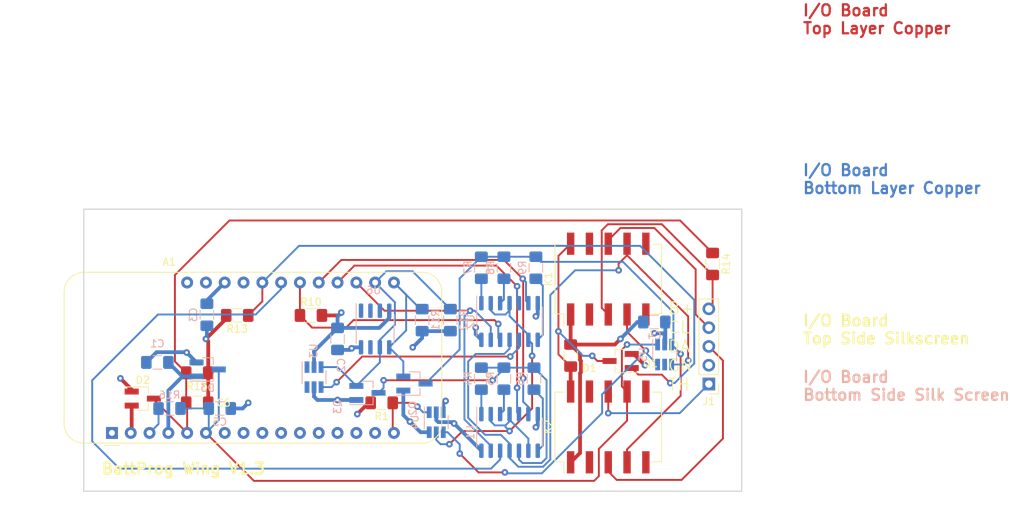
<source format=kicad_pcb>
(kicad_pcb (version 20171130) (host pcbnew "(5.1.6)-1")
  (title_block (title "I/O Board Layout") (date 2021-03-23) (rev 1.0))
  (layers (0 F.Cu signal) (1 In1.Cu power) (2 In2.Cu power) (31 B.Cu signal) (34 B.Paste user) (35 F.Paste user) (36 B.SilkS user) (37 F.SilkS user) (38 B.Mask user) (39 F.Mask user) (44 Edge.Cuts user))
  (net 0 "")
  (net 1 GND)
  (net 2 +5V)
  (net 3 "Net-(U2-Pad10)")
  (net 4 /Batt+)
  (net 5 /Batt_SCL)
  (net 6 /Batt_SDA)
  (net 7 "Net-(R5-Pad2)")
  (net 8 "Net-(R9-Pad2)")
  (net 9 "Net-(R6-Pad2)")
  (net 10 /PAS_CLK_EN)
  (net 11 "Net-(R7-Pad2)")
  (net 12 "Net-(R8-Pad2)")
  (net 13 /ACT_CLK_EN)
  (net 14 +3.3V)
  (net 15 /AREF)
  (net 16 "Net-(J1-Pad5)")
  (net 17 "Net-(J1-Pad4)")
  (net 18 /BattDiv)
  (net 19 "Net-(D1-Pad2)")
  (net 20 "Net-(J1-Pad3)")
  (net 21 "Net-(J1-Pad1)")
  (net 22 /THERM)
  (net 23 /HV_SCL)
  (net 24 /PU_EN0)
  (net 25 /PU_EN1)
  (net 26 /PU_EN2)
  (net 27 /SCL)
  (net 28 /SDA)
  (net 29 /Batt_Rly)
  (net 30 "Net-(R4-Pad2)")
  (net 31 /PULL_SEL)
  (net 32 /PULL_VOLT)
  (module ResistorSMD:R_1206_3216Metric_Pad1.42x1.75mm_HandSolder (layer F.Cu) (at 123.6075 98.171 180)
    (fp_text reference R13 (at 0 -1.82) (layer F.SilkS))
    (fp_text value 100K)
    (pad 1 smd roundrect (at -1.4875 0 180) (size 1.425 1.75) (layers F.Cu F.Paste F.Mask) (roundrect_rratio 0.175439) (net 29 /Batt_Rly))
    (pad 2 smd roundrect (at 1.4875 0 180) (size 1.425 1.75) (layers F.Cu F.Paste F.Mask) (roundrect_rratio 0.175439) (net 1 GND))
  )
  (module CapSMD:C_1206_3216Metric_Pad1.42x1.75mm_HandSolder (layer F.Cu) (at 118.2005 109.982)
    (fp_text reference C6 (at 3.556 0) (layer F.SilkS))
    (fp_text value .1uf)
    (pad 2 smd roundrect (at 1.4875 0) (size 1.425 1.75) (layers F.Cu F.Paste F.Mask) (roundrect_rratio 0.175439) (net 1 GND))
    (pad 1 smd roundrect (at -1.4875 0) (size 1.425 1.75) (layers F.Cu F.Paste F.Mask) (roundrect_rratio 0.175439) (net 18 /BattDiv))
  )
  (module Feather:Adafruit_Feather (layer F.Cu) (at 106.68 114.046 90)
    (fp_text reference A1 (at 23.114 7.747 180) (layer F.SilkS))
    (fp_text value Adafruit_Feather_M4_Express)
    (pad 16 thru_hole circle (at 0 38.1 270) (size 1.6 1.6) (drill 0.8) (layers *.Cu *.Mask) (net 31 /PULL_SEL))
    (pad 15 thru_hole circle (at 0 35.56 270) (size 1.6 1.6) (drill 0.8) (layers *.Cu *.Mask))
    (pad 14 thru_hole circle (at 0 33.02 270) (size 1.6 1.6) (drill 0.8) (layers *.Cu *.Mask))
    (pad 13 thru_hole circle (at 0 30.48 270) (size 1.6 1.6) (drill 0.8) (layers *.Cu *.Mask))
    (pad 12 thru_hole circle (at 0 27.94 270) (size 1.6 1.6) (drill 0.8) (layers *.Cu *.Mask))
    (pad 11 thru_hole circle (at 0 25.4 270) (size 1.6 1.6) (drill 0.8) (layers *.Cu *.Mask))
    (pad 10 thru_hole circle (at 0 22.86 270) (size 1.6 1.6) (drill 0.8) (layers *.Cu *.Mask))
    (pad 9 thru_hole circle (at 0 20.32 270) (size 1.6 1.6) (drill 0.8) (layers *.Cu *.Mask))
    (pad 8 thru_hole circle (at 0 17.78 270) (size 1.6 1.6) (drill 0.8) (layers *.Cu *.Mask))
    (pad 7 thru_hole circle (at 0 15.24 270) (size 1.6 1.6) (drill 0.8) (layers *.Cu *.Mask))
    (pad 6 thru_hole circle (at 0 12.7 270) (size 1.6 1.6) (drill 0.8) (layers *.Cu *.Mask) (net 22 /THERM))
    (pad 5 thru_hole circle (at 0 10.16 270) (size 1.6 1.6) (drill 0.8) (layers *.Cu *.Mask) (net 18 /BattDiv))
    (pad 4 thru_hole circle (at 0 7.62 270) (size 1.6 1.6) (drill 0.8) (layers *.Cu *.Mask) (net 1 GND))
    (pad 3 thru_hole circle (at 0 5.08 270) (size 1.6 1.6) (drill 0.8) (layers *.Cu *.Mask) (net 15 /AREF))
    (pad 2 thru_hole circle (at 0 2.54 270) (size 1.6 1.6) (drill 0.8) (layers *.Cu *.Mask) (net 14 +3.3V))
    (pad 1 thru_hole rect (at 0 0 270) (size 1.6 1.6) (drill 0.8) (layers *.Cu *.Mask))
    (pad 28 thru_hole circle (at 20.32 10.16 270) (size 1.6 1.6) (drill 0.8) (layers *.Cu *.Mask))
    (pad 27 thru_hole circle (at 20.32 12.7 270) (size 1.6 1.6) (drill 0.8) (layers *.Cu *.Mask))
    (pad 26 thru_hole circle (at 20.32 15.24 270) (size 1.6 1.6) (drill 0.8) (layers *.Cu *.Mask) (net 2 +5V))
    (pad 25 thru_hole circle (at 20.32 17.78 270) (size 1.6 1.6) (drill 0.8) (layers *.Cu *.Mask))
    (pad 24 thru_hole circle (at 20.32 20.32 270) (size 1.6 1.6) (drill 0.8) (layers *.Cu *.Mask) (net 29 /Batt_Rly))
    (pad 23 thru_hole circle (at 20.32 22.86 270) (size 1.6 1.6) (drill 0.8) (layers *.Cu *.Mask) (net 10 /PAS_CLK_EN))
    (pad 22 thru_hole circle (at 20.32 25.4 270) (size 1.6 1.6) (drill 0.8) (layers *.Cu *.Mask) (net 13 /ACT_CLK_EN))
    (pad 21 thru_hole circle (at 20.32 27.94 270) (size 1.6 1.6) (drill 0.8) (layers *.Cu *.Mask) (net 26 /PU_EN2))
    (pad 20 thru_hole circle (at 20.32 30.48 270) (size 1.6 1.6) (drill 0.8) (layers *.Cu *.Mask) (net 25 /PU_EN1))
    (pad 19 thru_hole circle (at 20.32 33.02 270) (size 1.6 1.6) (drill 0.8) (layers *.Cu *.Mask) (net 24 /PU_EN0))
    (pad 18 thru_hole circle (at 20.32 35.56 270) (size 1.6 1.6) (drill 0.8) (layers *.Cu *.Mask) (net 27 /SCL))
    (pad 17 thru_hole circle (at 20.32 38.1 270) (size 1.6 1.6) (drill 0.8) (layers *.Cu *.Mask) (net 28 /SDA))
  )
  (module "TO/SOT SMD:SOT-23_Handsoldering" (layer F.Cu) (at 175.411 104.328 180)
    (fp_text reference Q1 (at -4.04 -0.32) (layer F.SilkS))
    (fp_text value BSS806N)
    (pad 1 smd rect (at -1.5 -0.95 180) (size 1.9 0.8) (layers F.Cu F.Paste F.Mask) (net 29 /Batt_Rly))
    (pad 2 smd rect (at -1.5 0.95 180) (size 1.9 0.8) (layers F.Cu F.Paste F.Mask) (net 1 GND))
    (pad 3 smd rect (at 1.5 0 180) (size 1.9 0.8) (layers F.Cu F.Paste F.Mask) (net 19 "Net-(D1-Pad2)"))
  )
  (module "TO/SOT SMD:SOT-23_Handsoldering" (layer B.Cu) (at 147.55 107.376)
    (fp_text reference Q2 (at -0.23 3.368 90) (layer B.SilkS) (effects (justify mirror)))
    (fp_text value BSS806N)
    (pad 1 smd rect (at -1.5 0.95) (size 1.9 0.8) (layers B.Cu B.Paste B.Mask) (net 14 +3.3V))
    (pad 2 smd rect (at -1.5 -0.95) (size 1.9 0.8) (layers B.Cu B.Paste B.Mask) (net 28 /SDA))
    (pad 3 smd rect (at 1.5 0) (size 1.9 0.8) (layers B.Cu B.Paste B.Mask) (net 6 /Batt_SDA))
  )
  (module "TO/SOT SMD:SOT-23_Handsoldering" (layer B.Cu) (at 141.2 108.646)
    (fp_text reference Q3 (at -4.04 1.844 90) (layer B.SilkS) (effects (justify mirror)))
    (fp_text value BSS806N)
    (pad 3 smd rect (at 1.5 0) (size 1.9 0.8) (layers B.Cu B.Paste B.Mask) (net 23 /HV_SCL))
    (pad 2 smd rect (at -1.5 -0.95) (size 1.9 0.8) (layers B.Cu B.Paste B.Mask) (net 27 /SCL))
    (pad 1 smd rect (at -1.5 0.95) (size 1.9 0.8) (layers B.Cu B.Paste B.Mask) (net 14 +3.3V))
  )
  (module ResistorSMD:R_1206_3216Metric_Pad1.42x1.75mm_HandSolder (layer F.Cu) (at 143.129 109.982 180)
    (fp_text reference R1 (at 0 -1.82) (layer F.SilkS))
    (fp_text value 100K)
    (pad 2 smd roundrect (at 1.4875 0 180) (size 1.425 1.75) (layers F.Cu F.Paste F.Mask) (roundrect_rratio 0.175439) (net 1 GND))
    (pad 1 smd roundrect (at -1.4875 0 180) (size 1.425 1.75) (layers F.Cu F.Paste F.Mask) (roundrect_rratio 0.175439) (net 31 /PULL_SEL))
  )
  (module ResistorSMD:R_1206_3216Metric_Pad1.42x1.75mm_HandSolder (layer B.Cu) (at 159.639 106.7165 270)
    (fp_text reference R5 (at 0 1.82 270) (layer B.SilkS) (effects (justify mirror)))
    (fp_text value 6.8K)
    (pad 1 smd roundrect (at -1.4875 0 270) (size 1.425 1.75) (layers B.Cu B.Paste B.Mask) (roundrect_rratio 0.175439) (net 23 /HV_SCL))
    (pad 2 smd roundrect (at 1.4875 0 270) (size 1.425 1.75) (layers B.Cu B.Paste B.Mask) (roundrect_rratio 0.175439) (net 7 "Net-(R5-Pad2)"))
  )
  (module ResistorSMD:R_1206_3216Metric_Pad1.42x1.75mm_HandSolder (layer B.Cu) (at 163.703 106.7165 270)
    (fp_text reference R6 (at 0 1.82 270) (layer B.SilkS) (effects (justify mirror)))
    (fp_text value 5.1K)
    (pad 2 smd roundrect (at 1.4875 0 270) (size 1.425 1.75) (layers B.Cu B.Paste B.Mask) (roundrect_rratio 0.175439) (net 9 "Net-(R6-Pad2)"))
    (pad 1 smd roundrect (at -1.4875 0 270) (size 1.425 1.75) (layers B.Cu B.Paste B.Mask) (roundrect_rratio 0.175439) (net 23 /HV_SCL))
  )
  (module ResistorSMD:R_1206_3216Metric_Pad1.42x1.75mm_HandSolder (layer B.Cu) (at 156.591 91.7305 270)
    (fp_text reference R7 (at 0 1.82 270) (layer B.SilkS) (effects (justify mirror)))
    (fp_text value 10K)
    (pad 2 smd roundrect (at 1.4875 0 270) (size 1.425 1.75) (layers B.Cu B.Paste B.Mask) (roundrect_rratio 0.175439) (net 11 "Net-(R7-Pad2)"))
    (pad 1 smd roundrect (at -1.4875 0 270) (size 1.425 1.75) (layers B.Cu B.Paste B.Mask) (roundrect_rratio 0.175439) (net 6 /Batt_SDA))
  )
  (module ResistorSMD:R_1206_3216Metric_Pad1.42x1.75mm_HandSolder (layer B.Cu) (at 159.639 91.7305 270)
    (fp_text reference R8 (at 0 1.82 270) (layer B.SilkS) (effects (justify mirror)))
    (fp_text value 6.8K)
    (pad 2 smd roundrect (at 1.4875 0 270) (size 1.425 1.75) (layers B.Cu B.Paste B.Mask) (roundrect_rratio 0.175439) (net 12 "Net-(R8-Pad2)"))
    (pad 1 smd roundrect (at -1.4875 0 270) (size 1.425 1.75) (layers B.Cu B.Paste B.Mask) (roundrect_rratio 0.175439) (net 6 /Batt_SDA))
  )
  (module ResistorSMD:R_1206_3216Metric_Pad1.42x1.75mm_HandSolder (layer B.Cu) (at 163.957 91.7305 270)
    (fp_text reference R9 (at 0 1.82 270) (layer B.SilkS) (effects (justify mirror)))
    (fp_text value 5.1K)
    (pad 2 smd roundrect (at 1.4875 0 270) (size 1.425 1.75) (layers B.Cu B.Paste B.Mask) (roundrect_rratio 0.175439) (net 8 "Net-(R9-Pad2)"))
    (pad 1 smd roundrect (at -1.4875 0 270) (size 1.425 1.75) (layers B.Cu B.Paste B.Mask) (roundrect_rratio 0.175439) (net 6 /Batt_SDA))
  )
  (module ResistorSMD:R_1206_3216Metric_Pad1.42x1.75mm_HandSolder (layer F.Cu) (at 133.5675 98.171)
    (fp_text reference R10 (at 0 -1.82) (layer F.SilkS))
    (fp_text value 100K)
    (pad 1 smd roundrect (at -1.4875 0) (size 1.425 1.75) (layers F.Cu F.Paste F.Mask) (roundrect_rratio 0.175439) (net 13 /ACT_CLK_EN))
    (pad 2 smd roundrect (at 1.4875 0) (size 1.425 1.75) (layers F.Cu F.Paste F.Mask) (roundrect_rratio 0.175439) (net 1 GND))
  )
  (module ResistorSMD:R_1206_3216Metric_Pad1.42x1.75mm_HandSolder (layer B.Cu) (at 148.59 98.806 90)
    (fp_text reference R11 (at 0 1.82 270) (layer B.SilkS) (effects (justify mirror)))
    (fp_text value 20K)
    (pad 2 smd roundrect (at 1.4875 0 90) (size 1.425 1.75) (layers B.Cu B.Paste B.Mask) (roundrect_rratio 0.175439) (net 28 /SDA))
    (pad 1 smd roundrect (at -1.4875 0 90) (size 1.425 1.75) (layers B.Cu B.Paste B.Mask) (roundrect_rratio 0.175439) (net 14 +3.3V))
  )
  (module ResistorSMD:R_1206_3216Metric_Pad1.42x1.75mm_HandSolder (layer F.Cu) (at 187.833 91.2225 270)
    (fp_text reference R14 (at 0 -1.82 270) (layer F.SilkS))
    (fp_text value 3.65K)
    (pad 1 smd roundrect (at -1.4875 0 270) (size 1.425 1.75) (layers F.Cu F.Paste F.Mask) (roundrect_rratio 0.175439) (net 18 /BattDiv))
    (pad 2 smd roundrect (at 1.4875 0 270) (size 1.425 1.75) (layers F.Cu F.Paste F.Mask) (roundrect_rratio 0.175439) (net 16 "Net-(J1-Pad5)"))
  )
  (module "TO/SOT SMD:SOT-23_Handsoldering" (layer B.Cu) (at 119.61 105.471)
    (fp_text reference D3 (at 0 2.5) (layer B.SilkS) (effects (justify mirror)))
    (fp_text value BAS70-04)
    (pad 1 smd rect (at -1.5 0.95) (size 1.9 0.8) (layers B.Cu B.Paste B.Mask) (net 1 GND))
    (pad 2 smd rect (at -1.5 -0.95) (size 1.9 0.8) (layers B.Cu B.Paste B.Mask) (net 14 +3.3V))
    (pad 3 smd rect (at 1.5 0) (size 1.9 0.8) (layers B.Cu B.Paste B.Mask) (net 22 /THERM))
  )
  (module "TO/SOT SMD:SOT-23-6_Handsoldering" (layer B.Cu) (at 181.356 103.458 270)
    (fp_text reference U5 (at 0 2.9 270) (layer B.SilkS) (effects (justify mirror)))
    (fp_text value DT2042-04SO-7)
    (pad 1 smd rect (at -1.35 0.95 270) (size 1.56 0.65) (layers B.Cu B.Paste B.Mask) (net 22 /THERM))
    (pad 2 smd rect (at -1.35 0 270) (size 1.56 0.65) (layers B.Cu B.Paste B.Mask) (net 1 GND))
    (pad 3 smd rect (at -1.35 -0.95 270) (size 1.56 0.65) (layers B.Cu B.Paste B.Mask) (net 6 /Batt_SDA))
    (pad 4 smd rect (at 1.35 -0.95 270) (size 1.56 0.65) (layers B.Cu B.Paste B.Mask) (net 5 /Batt_SCL))
    (pad 6 smd rect (at 1.35 0.95 270) (size 1.56 0.65) (layers B.Cu B.Paste B.Mask) (net 4 /Batt+))
    (pad 5 smd rect (at 1.35 0 270) (size 1.56 0.65) (layers B.Cu B.Paste B.Mask))
  )
  (module "TO/SOT SMD:SOT-23-6_Handsoldering" (layer B.Cu) (at 133.985 106.506 270)
    (fp_text reference U3 (at -3.556 0.066 270) (layer B.SilkS) (effects (justify mirror)))
    (fp_text value SN74LVC2G17)
    (pad 1 smd rect (at -1.35 0.95 270) (size 1.56 0.65) (layers B.Cu B.Paste B.Mask))
    (pad 2 smd rect (at -1.35 0 270) (size 1.56 0.65) (layers B.Cu B.Paste B.Mask) (net 1 GND))
    (pad 3 smd rect (at -1.35 -0.95 270) (size 1.56 0.65) (layers B.Cu B.Paste B.Mask) (net 27 /SCL))
    (pad 4 smd rect (at 1.35 -0.95 270) (size 1.56 0.65) (layers B.Cu B.Paste B.Mask) (net 3 "Net-(U2-Pad10)"))
    (pad 6 smd rect (at 1.35 0.95 270) (size 1.56 0.65) (layers B.Cu B.Paste B.Mask))
    (pad 5 smd rect (at 1.35 0 270) (size 1.56 0.65) (layers B.Cu B.Paste B.Mask) (net 14 +3.3V))
  )
  (module CapSMD:C_1206_3216Metric_Pad1.42x1.75mm_HandSolder (layer B.Cu) (at 112.8125 104.521)
    (fp_text reference C1 (at 0 -2.54) (layer B.SilkS) (effects (justify mirror)))
    (fp_text value .1uf)
    (pad 2 smd roundrect (at 1.4875 0) (size 1.425 1.75) (layers B.Cu B.Paste B.Mask) (roundrect_rratio 0.175439) (net 1 GND))
    (pad 1 smd roundrect (at -1.4875 0) (size 1.425 1.75) (layers B.Cu B.Paste B.Mask) (roundrect_rratio 0.175439) (net 14 +3.3V))
  )
  (module CapSMD:C_1206_3216Metric_Pad1.42x1.75mm_HandSolder (layer B.Cu) (at 137.16 101.346 90)
    (fp_text reference C2 (at -3.556 0.508 90) (layer B.SilkS) (effects (justify mirror)))
    (fp_text value .1uf)
    (pad 1 smd roundrect (at -1.4875 0 90) (size 1.425 1.75) (layers B.Cu B.Paste B.Mask) (roundrect_rratio 0.175439) (net 14 +3.3V))
    (pad 2 smd roundrect (at 1.4875 0 90) (size 1.425 1.75) (layers B.Cu B.Paste B.Mask) (roundrect_rratio 0.175439) (net 1 GND))
  )
  (module CapSMD:C_1206_3216Metric_Pad1.42x1.75mm_HandSolder (layer B.Cu) (at 119.507 98.0805 270)
    (fp_text reference C3 (at 0 1.82 270) (layer B.SilkS) (effects (justify mirror)))
    (fp_text value 10uf)
    (pad 1 smd roundrect (at -1.4875 0 270) (size 1.425 1.75) (layers B.Cu B.Paste B.Mask) (roundrect_rratio 0.175439) (net 2 +5V))
    (pad 2 smd roundrect (at 1.4875 0 270) (size 1.425 1.75) (layers B.Cu B.Paste B.Mask) (roundrect_rratio 0.175439) (net 1 GND))
  )
  (module CapSMD:C_1206_3216Metric_Pad1.42x1.75mm_HandSolder (layer B.Cu) (at 179.959 99.06)
    (fp_text reference C4 (at 0 1.82) (layer B.SilkS) (effects (justify mirror)))
    (fp_text value .1uf)
    (pad 1 smd roundrect (at -1.4875 0) (size 1.425 1.75) (layers B.Cu B.Paste B.Mask) (roundrect_rratio 0.175439) (net 2 +5V))
    (pad 2 smd roundrect (at 1.4875 0) (size 1.425 1.75) (layers B.Cu B.Paste B.Mask) (roundrect_rratio 0.175439) (net 1 GND))
  )
  (module CapSMD:C_1206_3216Metric_Pad1.42x1.75mm_HandSolder (layer B.Cu) (at 121.2485 110.744)
    (fp_text reference C5 (at 0 1.82) (layer B.SilkS) (effects (justify mirror)))
    (fp_text value .1uf)
    (pad 2 smd roundrect (at 1.4875 0) (size 1.425 1.75) (layers B.Cu B.Paste B.Mask) (roundrect_rratio 0.175439) (net 1 GND))
    (pad 1 smd roundrect (at -1.4875 0) (size 1.425 1.75) (layers B.Cu B.Paste B.Mask) (roundrect_rratio 0.175439) (net 22 /THERM))
  )
  (module "TO/SOT SMD:SOT-23_Handsoldering" (layer F.Cu) (at 110.847 109.408)
    (fp_text reference D2 (at 0 -2.5) (layer F.SilkS))
    (fp_text value BAS70-04)
    (pad 1 smd rect (at -1.5 -0.95) (size 1.9 0.8) (layers F.Cu F.Paste F.Mask) (net 1 GND))
    (pad 2 smd rect (at -1.5 0.95) (size 1.9 0.8) (layers F.Cu F.Paste F.Mask) (net 14 +3.3V))
    (pad 3 smd rect (at 1.5 0) (size 1.9 0.8) (layers F.Cu F.Paste F.Mask) (net 18 /BattDiv))
  )
  (module Connector_PinHeader_2.54mm:PinHeader_1x05_P2.54mm_Vertical (layer F.Cu) (at 187.325 107.442 180)
    (fp_text reference J1 (at 0 -2.33) (layer F.SilkS))
    (fp_text value Conn_01x05)
    (pad 1 thru_hole rect (at 0 0 180) (size 1.7 1.7) (drill 1) (layers *.Cu *.Mask) (net 21 "Net-(J1-Pad1)"))
    (pad 2 thru_hole oval (at 0 2.54 180) (size 1.7 1.7) (drill 1) (layers *.Cu *.Mask) (net 1 GND))
    (pad 3 thru_hole oval (at 0 5.08 180) (size 1.7 1.7) (drill 1) (layers *.Cu *.Mask) (net 20 "Net-(J1-Pad3)"))
    (pad 4 thru_hole oval (at 0 7.62 180) (size 1.7 1.7) (drill 1) (layers *.Cu *.Mask) (net 17 "Net-(J1-Pad4)"))
    (pad 5 thru_hole oval (at 0 10.16 180) (size 1.7 1.7) (drill 1) (layers *.Cu *.Mask) (net 16 "Net-(J1-Pad5)"))
  )
  (module ResistorSMD:R_1206_3216Metric_Pad1.42x1.75mm_HandSolder (layer B.Cu) (at 156.591 106.7165 270)
    (fp_text reference R4 (at 0 1.82 270) (layer B.SilkS) (effects (justify mirror)))
    (fp_text value 10K)
    (pad 1 smd roundrect (at -1.4875 0 270) (size 1.425 1.75) (layers B.Cu B.Paste B.Mask) (roundrect_rratio 0.175439) (net 23 /HV_SCL))
    (pad 2 smd roundrect (at 1.4875 0 270) (size 1.425 1.75) (layers B.Cu B.Paste B.Mask) (roundrect_rratio 0.175439) (net 30 "Net-(R4-Pad2)"))
  )
  (module ResistorSMD:R_1206_3216Metric_Pad1.42x1.75mm_HandSolder (layer B.Cu) (at 152.4 98.806 90)
    (fp_text reference R12 (at 0 1.82 -90) (layer B.SilkS) (effects (justify mirror)))
    (fp_text value 20K)
    (pad 2 smd roundrect (at 1.4875 0 90) (size 1.425 1.75) (layers B.Cu B.Paste B.Mask) (roundrect_rratio 0.175439) (net 27 /SCL))
    (pad 1 smd roundrect (at -1.4875 0 90) (size 1.425 1.75) (layers B.Cu B.Paste B.Mask) (roundrect_rratio 0.175439) (net 14 +3.3V))
  )
  (module ResistorSMD:R_1206_3216Metric_Pad1.42x1.75mm_HandSolder (layer F.Cu) (at 118.2005 105.918 180)
    (fp_text reference R15 (at 0 -1.82) (layer F.SilkS))
    (fp_text value 6.81K)
    (pad 1 smd roundrect (at -1.4875 0 180) (size 1.425 1.75) (layers F.Cu F.Paste F.Mask) (roundrect_rratio 0.175439) (net 1 GND))
    (pad 2 smd roundrect (at 1.4875 0 180) (size 1.425 1.75) (layers F.Cu F.Paste F.Mask) (roundrect_rratio 0.175439) (net 18 /BattDiv))
  )
  (module ResistorSMD:R_1206_3216Metric_Pad1.42x1.75mm_HandSolder (layer B.Cu) (at 114.4635 110.744 180)
    (fp_text reference R16 (at 0 1.82) (layer B.SilkS) (effects (justify mirror)))
    (fp_text value 33K)
    (pad 2 smd roundrect (at 1.4875 0 180) (size 1.425 1.75) (layers B.Cu B.Paste B.Mask) (roundrect_rratio 0.175439) (net 15 /AREF))
    (pad 1 smd roundrect (at -1.4875 0 180) (size 1.425 1.75) (layers B.Cu B.Paste B.Mask) (roundrect_rratio 0.175439) (net 22 /THERM))
  )
  (module SO:SOIC-14_3.9x8.7mm_P1.27mm (layer B.Cu) (at 160.401 113.981 270)
    (fp_text reference U1 (at 0 5.28 90) (layer B.SilkS) (effects (justify mirror)))
    (fp_text value MAX4614)
    (pad 1 smd roundrect (at -2.475 3.81 270) (size 1.95 0.6) (layers B.Cu B.Paste B.Mask) (net 30 "Net-(R4-Pad2)"))
    (pad 2 smd roundrect (at -2.475 2.54 270) (size 1.95 0.6) (layers B.Cu B.Paste B.Mask) (net 32 /PULL_VOLT))
    (pad 3 smd roundrect (at -2.475 1.27 270) (size 1.95 0.6) (layers B.Cu B.Paste B.Mask) (net 7 "Net-(R5-Pad2)"))
    (pad 4 smd roundrect (at -2.475 0 270) (size 1.95 0.6) (layers B.Cu B.Paste B.Mask) (net 32 /PULL_VOLT))
    (pad 5 smd roundrect (at -2.475 -1.27 270) (size 1.95 0.6) (layers B.Cu B.Paste B.Mask) (net 25 /PU_EN1))
    (pad 6 smd roundrect (at -2.475 -2.54 270) (size 1.95 0.6) (layers B.Cu B.Paste B.Mask) (net 26 /PU_EN2))
    (pad 7 smd roundrect (at -2.475 -3.81 270) (size 1.95 0.6) (layers B.Cu B.Paste B.Mask) (net 1 GND))
    (pad 8 smd roundrect (at 2.475 -3.81 270) (size 1.95 0.6) (layers B.Cu B.Paste B.Mask) (net 9 "Net-(R6-Pad2)"))
    (pad 9 smd roundrect (at 2.475 -2.54 270) (size 1.95 0.6) (layers B.Cu B.Paste B.Mask) (net 32 /PULL_VOLT))
    (pad 10 smd roundrect (at 2.475 -1.27 270) (size 1.95 0.6) (layers B.Cu B.Paste B.Mask) (net 23 /HV_SCL))
    (pad 11 smd roundrect (at 2.475 0 270) (size 1.95 0.6) (layers B.Cu B.Paste B.Mask) (net 5 /Batt_SCL))
    (pad 12 smd roundrect (at 2.475 1.27 270) (size 1.95 0.6) (layers B.Cu B.Paste B.Mask) (net 10 /PAS_CLK_EN))
    (pad 13 smd roundrect (at 2.475 2.54 270) (size 1.95 0.6) (layers B.Cu B.Paste B.Mask) (net 24 /PU_EN0))
    (pad 14 smd roundrect (at 2.475 3.81 270) (size 1.95 0.6) (layers B.Cu B.Paste B.Mask) (net 2 +5V))
  )
  (module SO:SOIC-14_3.9x8.7mm_P1.27mm (layer B.Cu) (at 160.401 98.995 270)
    (fp_text reference U2 (at 0 5.28 90) (layer B.SilkS) (effects (justify mirror)))
    (fp_text value MAX4614)
    (pad 14 smd roundrect (at 2.475 3.81 270) (size 1.95 0.6) (layers B.Cu B.Paste B.Mask) (net 2 +5V))
    (pad 13 smd roundrect (at 2.475 2.54 270) (size 1.95 0.6) (layers B.Cu B.Paste B.Mask) (net 24 /PU_EN0))
    (pad 12 smd roundrect (at 2.475 1.27 270) (size 1.95 0.6) (layers B.Cu B.Paste B.Mask) (net 13 /ACT_CLK_EN))
    (pad 11 smd roundrect (at 2.475 0 270) (size 1.95 0.6) (layers B.Cu B.Paste B.Mask) (net 5 /Batt_SCL))
    (pad 10 smd roundrect (at 2.475 -1.27 270) (size 1.95 0.6) (layers B.Cu B.Paste B.Mask) (net 3 "Net-(U2-Pad10)"))
    (pad 9 smd roundrect (at 2.475 -2.54 270) (size 1.95 0.6) (layers B.Cu B.Paste B.Mask) (net 32 /PULL_VOLT))
    (pad 8 smd roundrect (at 2.475 -3.81 270) (size 1.95 0.6) (layers B.Cu B.Paste B.Mask) (net 8 "Net-(R9-Pad2)"))
    (pad 7 smd roundrect (at -2.475 -3.81 270) (size 1.95 0.6) (layers B.Cu B.Paste B.Mask) (net 1 GND))
    (pad 6 smd roundrect (at -2.475 -2.54 270) (size 1.95 0.6) (layers B.Cu B.Paste B.Mask) (net 26 /PU_EN2))
    (pad 5 smd roundrect (at -2.475 -1.27 270) (size 1.95 0.6) (layers B.Cu B.Paste B.Mask) (net 25 /PU_EN1))
    (pad 4 smd roundrect (at -2.475 0 270) (size 1.95 0.6) (layers B.Cu B.Paste B.Mask) (net 32 /PULL_VOLT))
    (pad 3 smd roundrect (at -2.475 1.27 270) (size 1.95 0.6) (layers B.Cu B.Paste B.Mask) (net 12 "Net-(R8-Pad2)"))
    (pad 2 smd roundrect (at -2.475 2.54 270) (size 1.95 0.6) (layers B.Cu B.Paste B.Mask) (net 32 /PULL_VOLT))
    (pad 1 smd roundrect (at -2.475 3.81 270) (size 1.95 0.6) (layers B.Cu B.Paste B.Mask) (net 11 "Net-(R7-Pad2)"))
  )
  (module SO:SOIC-8_3.9x4.9mm_P1.27mm (layer B.Cu) (at 142.24 100.011 270)
    (fp_text reference U6 (at -5.2324 0.2032 180) (layer B.SilkS) (effects (justify mirror)))
    (fp_text value ATECC508A)
    (pad 1 smd roundrect (at -2.475 1.905 270) (size 1.95 0.6) (layers B.Cu B.Paste B.Mask))
    (pad 2 smd roundrect (at -2.475 0.635 270) (size 1.95 0.6) (layers B.Cu B.Paste B.Mask))
    (pad 3 smd roundrect (at -2.475 -0.635 270) (size 1.95 0.6) (layers B.Cu B.Paste B.Mask))
    (pad 4 smd roundrect (at -2.475 -1.905 270) (size 1.95 0.6) (layers B.Cu B.Paste B.Mask) (net 1 GND))
    (pad 5 smd roundrect (at 2.475 -1.905 270) (size 1.95 0.6) (layers B.Cu B.Paste B.Mask) (net 28 /SDA))
    (pad 6 smd roundrect (at 2.475 -0.635 270) (size 1.95 0.6) (layers B.Cu B.Paste B.Mask) (net 27 /SCL))
    (pad 7 smd roundrect (at 2.475 0.635 270) (size 1.95 0.6) (layers B.Cu B.Paste B.Mask))
    (pad 8 smd roundrect (at 2.475 1.905 270) (size 1.95 0.6) (layers B.Cu B.Paste B.Mask) (net 14 +3.3V))
  )
  (module CapSMD:C_1206_3216Metric_Pad1.42x1.75mm_HandSolder (layer F.Cu) (at 168.656 103.5955 270)
    (fp_text reference D1 (at 1.6875 -2.54 180) (layer F.SilkS))
    (fp_text value S1A)
    (pad 2 smd roundrect (at 1.4875 0 270) (size 1.425 1.75) (layers F.Cu F.Paste F.Mask) (roundrect_rratio 0.175439) (net 19 "Net-(D1-Pad2)"))
    (pad 1 smd roundrect (at -1.4875 0 270) (size 1.425 1.75) (layers F.Cu F.Paste F.Mask) (roundrect_rratio 0.175439) (net 2 +5V))
  )
  (module BattProg:Relay_DPDT_Omron_G6H-2F (layer F.Cu) (at 173.736 93.264 90)
    (fp_text reference K1 (at 0 -8.1 270) (layer F.SilkS))
    (fp_text value EB2-5NU)
    (pad 10 smd rect (at 4.78 -5.08 90) (size 3 1) (layers F.Cu F.Paste F.Mask) (net 19 "Net-(D1-Pad2)"))
    (pad 9 smd rect (at 4.78 -2.54 90) (size 3 1) (layers F.Cu F.Paste F.Mask))
    (pad 8 smd rect (at 4.78 0 90) (size 3 1) (layers F.Cu F.Paste F.Mask) (net 17 "Net-(J1-Pad4)"))
    (pad 7 smd rect (at 4.78 2.54 90) (size 3 1) (layers F.Cu F.Paste F.Mask) (net 5 /Batt_SCL))
    (pad 6 smd rect (at 4.78 5.08 90) (size 3 1) (layers F.Cu F.Paste F.Mask))
    (pad 5 smd rect (at -4.78 5.08 90) (size 3 1) (layers F.Cu F.Paste F.Mask))
    (pad 4 smd rect (at -4.78 2.54 90) (size 3 1) (layers F.Cu F.Paste F.Mask) (net 4 /Batt+))
    (pad 3 smd rect (at -4.78 0 90) (size 3 1) (layers F.Cu F.Paste F.Mask) (net 16 "Net-(J1-Pad5)"))
    (pad 2 smd rect (at -4.78 -2.54 90) (size 3 1) (layers F.Cu F.Paste F.Mask))
    (pad 1 smd rect (at -4.78 -5.08 90) (size 3 1) (layers F.Cu F.Paste F.Mask) (net 2 +5V))
  )
  (module BattProg:Relay_DPDT_Omron_G6H-2F (layer F.Cu) (at 173.736 113.238 90)
    (fp_text reference K2 (at 0 -8.1 270) (layer F.SilkS))
    (fp_text value EB2-5NU)
    (pad 1 smd rect (at -4.78 -5.08 90) (size 3 1) (layers F.Cu F.Paste F.Mask) (net 2 +5V))
    (pad 2 smd rect (at -4.78 -2.54 90) (size 3 1) (layers F.Cu F.Paste F.Mask))
    (pad 3 smd rect (at -4.78 0 90) (size 3 1) (layers F.Cu F.Paste F.Mask) (net 20 "Net-(J1-Pad3)"))
    (pad 4 smd rect (at -4.78 2.54 90) (size 3 1) (layers F.Cu F.Paste F.Mask) (net 6 /Batt_SDA))
    (pad 5 smd rect (at -4.78 5.08 90) (size 3 1) (layers F.Cu F.Paste F.Mask))
    (pad 6 smd rect (at 4.78 5.08 90) (size 3 1) (layers F.Cu F.Paste F.Mask))
    (pad 7 smd rect (at 4.78 2.54 90) (size 3 1) (layers F.Cu F.Paste F.Mask) (net 22 /THERM))
    (pad 8 smd rect (at 4.78 0 90) (size 3 1) (layers F.Cu F.Paste F.Mask) (net 21 "Net-(J1-Pad1)"))
    (pad 9 smd rect (at 4.78 -2.54 90) (size 3 1) (layers F.Cu F.Paste F.Mask))
    (pad 10 smd rect (at 4.78 -5.08 90) (size 3 1) (layers F.Cu F.Paste F.Mask) (net 19 "Net-(D1-Pad2)"))
  )
  (module "TO/SOT SMD:SOT-23-6_Handsoldering" (layer B.Cu) (at 150.495 112.602 270)
    (fp_text reference U4 (at 0 2.9 90) (layer B.SilkS) (effects (justify mirror)))
    (fp_text value MAX4624)
    (pad 1 smd rect (at -1.35 0.95 270) (size 1.56 0.65) (layers B.Cu B.Paste B.Mask) (net 31 /PULL_SEL))
    (pad 2 smd rect (at -1.35 0 270) (size 1.56 0.65) (layers B.Cu B.Paste B.Mask) (net 2 +5V))
    (pad 3 smd rect (at -1.35 -0.95 270) (size 1.56 0.65) (layers B.Cu B.Paste B.Mask) (net 1 GND))
    (pad 4 smd rect (at 1.35 -0.95 270) (size 1.56 0.65) (layers B.Cu B.Paste B.Mask) (net 4 /Batt+))
    (pad 6 smd rect (at 1.35 0.95 270) (size 1.56 0.65) (layers B.Cu B.Paste B.Mask) (net 14 +3.3V))
    (pad 5 smd rect (at 1.35 0 270) (size 1.56 0.65) (layers B.Cu B.Paste B.Mask) (net 32 /PULL_VOLT))
  )
  (gr_line (start 191.77 121.92) (end 102.87 121.92) (layer Edge.Cuts) (width 0.15))
  (gr_line (start 191.77 83.82) (end 191.77 121.92) (layer Edge.Cuts) (width 0.15))
  (gr_line (start 102.87 83.82) (end 191.77 83.82) (layer Edge.Cuts) (width 0.15))
  (gr_line (start 102.87 121.92) (end 102.87 83.82) (layer Edge.Cuts) (width 0.15))
  (gr_text "I/O Board\nBottom Side Silk Screen" (at 199.898 107.696) (layer B.SilkS) (effects (font (size 1.5 1.5) (thickness 0.3)) (justify left)))
  (gr_text "I/O Board\nTop Side Silkscreen" (at 199.898 100.076) (layer F.SilkS) (effects (font (size 1.5 1.5) (thickness 0.3)) (justify left)))
  (gr_text "I/O Board\nBottom Layer Copper" (at 199.898 79.756) (layer B.Cu) (effects (font (size 1.5 1.5) (thickness 0.3)) (justify left)))
  (gr_text "I/O Board\nTop Layer Copper" (at 199.898 58.166) (layer F.Cu) (effects (font (size 1.5 1.5) (thickness 0.3)) (justify left)))
  (gr_text "BattProg Wing V1.3" (at 116.332 118.872) (layer F.SilkS) (effects (font (size 1.5 1.5) (thickness 0.3))))
  (gr_text "B+\nCL\nDA\nGN\nTH" (at 181.737 102.362) (layer F.SilkS) (effects (font (size 1.6 1.6)) (justify left)))
  (segment (start 144.145 98.511) (end 144.145 97.536) (width 0.508) (layer B.Cu) (net 1))
  (segment (start 142.7975 99.8585) (end 144.145 98.511) (width 0.508) (layer B.Cu) (net 1))
  (segment (start 137.16 99.8585) (end 142.7975 99.8585) (width 0.508) (layer B.Cu) (net 1))
  (via (at 137.668 97.79) (size 0.889) (drill 0.381) (layers F.Cu B.Cu) (net 1))
  (segment (start 137.16 99.8585) (end 137.16 98.298) (width 0.508) (layer B.Cu) (net 1))
  (segment (start 137.16 98.298) (end 137.668 97.79) (width 0.508) (layer B.Cu) (net 1))
  (segment (start 133.985 103.0335) (end 137.16 99.8585) (width 0.508) (layer B.Cu) (net 1))
  (segment (start 133.985 105.156) (end 133.985 103.0335) (width 0.508) (layer B.Cu) (net 1))
  (via (at 119.38 101.346) (size 0.889) (drill 0.381) (layers F.Cu B.Cu) (net 1))
  (segment (start 116.2 106.421) (end 114.3 104.521) (width 0.508) (layer B.Cu) (net 1))
  (segment (start 118.11 106.421) (end 116.2 106.421) (width 0.508) (layer B.Cu) (net 1))
  (segment (start 137.287 98.171) (end 137.668 97.79) (width 0.508) (layer F.Cu) (net 1))
  (segment (start 135.055 98.171) (end 137.287 98.171) (width 0.508) (layer F.Cu) (net 1))
  (segment (start 122.12 98.606) (end 119.38 101.346) (width 0.508) (layer F.Cu) (net 1))
  (segment (start 122.12 98.171) (end 122.12 98.606) (width 0.508) (layer F.Cu) (net 1))
  (segment (start 114.3 114.046) (end 114.3 108.331) (width 0.508) (layer B.Cu) (net 1))
  (segment (start 116.2 106.431) (end 116.2 106.421) (width 0.508) (layer B.Cu) (net 1))
  (segment (start 114.3 108.331) (end 116.2 106.431) (width 0.508) (layer B.Cu) (net 1))
  (segment (start 119.688 109.982) (end 119.688 105.918) (width 0.508) (layer F.Cu) (net 1))
  (segment (start 119.688 101.654) (end 119.38 101.346) (width 0.508) (layer F.Cu) (net 1))
  (segment (start 119.688 105.918) (end 119.688 101.654) (width 0.508) (layer F.Cu) (net 1))
  (segment (start 119.507 101.219) (end 119.38 101.346) (width 0.508) (layer B.Cu) (net 1))
  (segment (start 119.507 99.568) (end 119.507 101.219) (width 0.508) (layer B.Cu) (net 1))
  (segment (start 181.4465 102.0175) (end 181.356 102.108) (width 0.508) (layer B.Cu) (net 1))
  (segment (start 181.4465 99.06) (end 181.4465 102.0175) (width 0.508) (layer B.Cu) (net 1))
  (via (at 151.765 109.728) (size 0.889) (drill 0.381) (layers F.Cu B.Cu) (net 1))
  (segment (start 151.445 111.252) (end 151.445 110.048) (width 0.508) (layer B.Cu) (net 1))
  (segment (start 151.445 110.048) (end 151.765 109.728) (width 0.508) (layer B.Cu) (net 1))
  (via (at 163.957 113.284) (size 0.889) (drill 0.381) (layers F.Cu B.Cu) (net 1))
  (segment (start 164.211 111.506) (end 164.211 113.03) (width 0.508) (layer B.Cu) (net 1))
  (segment (start 164.211 113.03) (end 163.957 113.284) (width 0.508) (layer B.Cu) (net 1))
  (via (at 163.957 98.298) (size 0.889) (drill 0.381) (layers F.Cu B.Cu) (net 1))
  (segment (start 164.211 96.52) (end 164.211 98.044) (width 0.508) (layer B.Cu) (net 1))
  (segment (start 164.211 98.044) (end 163.957 98.298) (width 0.508) (layer B.Cu) (net 1))
  (via (at 107.823 106.68) (size 0.889) (drill 0.381) (layers F.Cu B.Cu) (net 1))
  (segment (start 109.347 108.458) (end 109.347 108.204) (width 0.508) (layer F.Cu) (net 1))
  (segment (start 109.347 108.204) (end 107.823 106.68) (width 0.508) (layer F.Cu) (net 1))
  (via (at 139.827 111.506) (size 0.889) (drill 0.381) (layers F.Cu B.Cu) (net 1))
  (segment (start 141.6415 109.982) (end 141.351 109.982) (width 0.508) (layer F.Cu) (net 1))
  (segment (start 141.351 109.982) (end 139.827 111.506) (width 0.508) (layer F.Cu) (net 1))
  (segment (start 176.911 103.378) (end 177.461 103.378) (width 0.508) (layer F.Cu) (net 1))
  (via (at 179.959 100.584) (size 0.889) (drill 0.381) (layers F.Cu B.Cu) (net 1))
  (segment (start 181.356 102.108) (end 181.356 100.82) (width 0.508) (layer B.Cu) (net 1))
  (segment (start 181.12 100.584) (end 179.959 100.584) (width 0.508) (layer B.Cu) (net 1))
  (segment (start 181.356 100.82) (end 181.12 100.584) (width 0.508) (layer B.Cu) (net 1))
  (via (at 178.689 104.902) (size 0.889) (drill 0.381) (layers F.Cu B.Cu) (net 1))
  (segment (start 176.911 103.378) (end 177.165 103.378) (width 0.508) (layer F.Cu) (net 1))
  (segment (start 177.165 103.378) (end 178.689 104.902) (width 0.508) (layer F.Cu) (net 1))
  (via (at 125.095 109.982) (size 0.889) (drill 0.381) (layers F.Cu B.Cu) (net 1))
  (segment (start 122.736 110.744) (end 124.333 110.744) (width 0.508) (layer B.Cu) (net 1))
  (segment (start 124.333 110.744) (end 125.095 109.982) (width 0.508) (layer B.Cu) (net 1))
  (segment (start 168.656 102.108) (end 168.656 98.044) (width 0.508) (layer F.Cu) (net 2))
  (segment (start 119.507 96.139) (end 121.92 93.726) (width 0.508) (layer B.Cu) (net 2))
  (segment (start 119.507 96.593) (end 119.507 96.139) (width 0.508) (layer B.Cu) (net 2))
  (via (at 175.387 101.346) (size 0.889) (drill 0.381) (layers F.Cu B.Cu) (net 2))
  (segment (start 168.656 102.108) (end 174.625 102.108) (width 0.508) (layer F.Cu) (net 2))
  (segment (start 174.625 102.108) (end 175.387 101.346) (width 0.508) (layer F.Cu) (net 2))
  (segment (start 177.673 99.06) (end 178.4715 99.06) (width 0.508) (layer B.Cu) (net 2))
  (segment (start 175.387 101.346) (end 177.673 99.06) (width 0.508) (layer B.Cu) (net 2))
  (via (at 155.829 99.822) (size 0.889) (drill 0.381) (layers F.Cu B.Cu) (net 2))
  (segment (start 156.591 101.47) (end 155.829 100.708) (width 0.508) (layer B.Cu) (net 2))
  (segment (start 155.829 100.708) (end 155.829 99.822) (width 0.508) (layer B.Cu) (net 2))
  (segment (start 169.926 104.19351) (end 169.926 103.378) (width 0.508) (layer F.Cu) (net 2))
  (segment (start 169.926 116.748) (end 169.926 105.97249) (width 0.508) (layer F.Cu) (net 2))
  (segment (start 169.926 105.97249) (end 170.03901 105.85948) (width 0.508) (layer F.Cu) (net 2))
  (segment (start 169.926 103.378) (end 168.656 102.108) (width 0.508) (layer F.Cu) (net 2))
  (segment (start 168.656 118.018) (end 169.926 116.748) (width 0.508) (layer F.Cu) (net 2))
  (segment (start 170.03901 105.85948) (end 170.03901 104.30652) (width 0.508) (layer F.Cu) (net 2))
  (segment (start 170.03901 104.30652) (end 169.926 104.19351) (width 0.508) (layer F.Cu) (net 2))
  (segment (start 152.9095 112.7745) (end 156.591 116.456) (width 0.508) (layer B.Cu) (net 2))
  (via (at 152.9095 112.7745) (size 0.889) (drill 0.381) (layers F.Cu B.Cu) (net 2))
  (segment (start 152.7205 112.5855) (end 152.9095 112.7745) (width 0.508) (layer B.Cu) (net 2))
  (segment (start 150.759098 112.5855) (end 152.7205 112.5855) (width 0.508) (layer B.Cu) (net 2))
  (segment (start 150.495 111.252) (end 150.495 112.321402) (width 0.508) (layer B.Cu) (net 2))
  (segment (start 150.495 112.321402) (end 150.759098 112.5855) (width 0.508) (layer B.Cu) (net 2))
  (segment (start 134.935 107.856) (end 136.365 107.856) (width 0.254) (layer B.Cu) (net 3))
  (via (at 137.033 107.188) (size 0.889) (drill 0.381) (layers F.Cu B.Cu) (net 3))
  (segment (start 136.365 107.856) (end 137.033 107.188) (width 0.254) (layer B.Cu) (net 3))
  (via (at 160.497467 103.728467) (size 0.889) (drill 0.381) (layers F.Cu B.Cu) (net 3))
  (segment (start 137.033 107.188) (end 140.492533 103.728467) (width 0.254) (layer F.Cu) (net 3))
  (segment (start 140.492533 103.728467) (end 160.497467 103.728467) (width 0.254) (layer F.Cu) (net 3))
  (segment (start 161.671 102.554934) (end 161.671 101.47) (width 0.254) (layer B.Cu) (net 3))
  (segment (start 160.497467 103.728467) (end 161.671 102.554934) (width 0.254) (layer B.Cu) (net 3))
  (segment (start 178.816 102.9335) (end 178.816 103.218) (width 0.254) (layer B.Cu) (net 4))
  (segment (start 178.816 103.218) (end 180.406 104.808) (width 0.254) (layer B.Cu) (net 4))
  (segment (start 176.276 98.044) (end 176.276 100.3935) (width 0.254) (layer F.Cu) (net 4))
  (segment (start 176.276 100.3935) (end 178.816 102.9335) (width 0.254) (layer F.Cu) (net 4))
  (via (at 178.816 102.9335) (size 0.889) (drill 0.381) (layers F.Cu B.Cu) (net 4))
  (segment (start 178.816 102.9335) (end 172.910499 108.839001) (width 0.254) (layer B.Cu) (net 4))
  (segment (start 172.910499 111.355369) (end 164.758868 119.507) (width 0.254) (layer B.Cu) (net 4))
  (segment (start 172.910499 108.839001) (end 172.910499 111.355369) (width 0.254) (layer B.Cu) (net 4))
  (via (at 159.766 119.38) (size 0.889) (drill 0.381) (layers F.Cu B.Cu) (net 4))
  (segment (start 164.758868 119.507) (end 159.893 119.507) (width 0.254) (layer B.Cu) (net 4))
  (segment (start 159.893 119.507) (end 159.766 119.38) (width 0.254) (layer B.Cu) (net 4))
  (segment (start 159.766 119.38) (end 156.21 119.38) (width 0.254) (layer F.Cu) (net 4))
  (segment (start 156.21 119.38) (end 153.67 116.84) (width 0.254) (layer F.Cu) (net 4))
  (via (at 153.67 116.84) (size 0.889) (drill 0.381) (layers F.Cu B.Cu) (net 4))
  (segment (start 153.67 115.598) (end 153.67 116.84) (width 0.254) (layer B.Cu) (net 4))
  (segment (start 152.024 113.952) (end 153.67 115.598) (width 0.254) (layer B.Cu) (net 4))
  (segment (start 151.445 113.952) (end 152.024 113.952) (width 0.254) (layer B.Cu) (net 4))
  (segment (start 159.6805 103.378) (end 160.401 102.6575) (width 0.254) (layer B.Cu) (net 5))
  (segment (start 155.829 103.378) (end 159.6805 103.378) (width 0.254) (layer B.Cu) (net 5))
  (segment (start 154.813 104.394) (end 155.829 103.378) (width 0.254) (layer B.Cu) (net 5))
  (segment (start 160.401 102.6575) (end 160.401 101.47) (width 0.254) (layer B.Cu) (net 5))
  (segment (start 160.401 115.481) (end 159.22 114.3) (width 0.254) (layer B.Cu) (net 5))
  (segment (start 157.099 114.3) (end 154.813 112.014) (width 0.254) (layer B.Cu) (net 5))
  (segment (start 160.401 116.456) (end 160.401 115.481) (width 0.254) (layer B.Cu) (net 5))
  (segment (start 154.813 112.014) (end 154.813 104.394) (width 0.254) (layer B.Cu) (net 5))
  (segment (start 159.22 114.3) (end 157.099 114.3) (width 0.254) (layer B.Cu) (net 5))
  (segment (start 165.90803 117.639404) (end 165.90803 95.42303) (width 0.254) (layer B.Cu) (net 5))
  (segment (start 164.929425 118.618009) (end 165.90803 117.639404) (width 0.254) (layer B.Cu) (net 5))
  (segment (start 160.401 116.456) (end 160.401 117.431) (width 0.254) (layer B.Cu) (net 5))
  (segment (start 161.588009 118.618009) (end 164.929425 118.618009) (width 0.254) (layer B.Cu) (net 5))
  (segment (start 160.401 117.431) (end 161.588009 118.618009) (width 0.254) (layer B.Cu) (net 5))
  (via (at 175.133 92.075) (size 0.889) (drill 0.381) (layers F.Cu B.Cu) (net 5))
  (segment (start 165.90803 95.42303) (end 169.25606 92.075) (width 0.254) (layer B.Cu) (net 5))
  (segment (start 169.25606 92.075) (end 175.133 92.075) (width 0.254) (layer B.Cu) (net 5))
  (segment (start 175.133 91.186) (end 176.276 90.043) (width 0.254) (layer F.Cu) (net 5))
  (segment (start 175.133 92.075) (end 175.133 91.186) (width 0.254) (layer F.Cu) (net 5))
  (segment (start 176.276 88.484) (end 176.276 90.043) (width 0.254) (layer F.Cu) (net 5))
  (segment (start 182.306 104.808) (end 183.99 104.808) (width 0.254) (layer B.Cu) (net 5))
  (segment (start 176.276 90.043) (end 184.531 98.298) (width 0.254) (layer F.Cu) (net 5))
  (segment (start 184.531 98.298) (end 184.531 104.267) (width 0.254) (layer F.Cu) (net 5))
  (via (at 184.531 104.267) (size 0.889) (drill 0.381) (layers F.Cu B.Cu) (net 5))
  (segment (start 183.99 104.808) (end 184.531 104.267) (width 0.254) (layer B.Cu) (net 5))
  (segment (start 156.591 90.243) (end 159.639 90.243) (width 0.254) (layer B.Cu) (net 6))
  (segment (start 159.639 90.243) (end 163.957 90.243) (width 0.254) (layer B.Cu) (net 6))
  (segment (start 153.65601 93.17799) (end 156.591 90.243) (width 0.254) (layer B.Cu) (net 6))
  (segment (start 153.65601 102.76999) (end 153.65601 93.17799) (width 0.254) (layer B.Cu) (net 6))
  (segment (start 149.05 107.376) (end 153.65601 102.76999) (width 0.254) (layer B.Cu) (net 6))
  (segment (start 164.646 90.932) (end 163.957 90.243) (width 0.254) (layer B.Cu) (net 6))
  (segment (start 182.54001 97.748317) (end 175.723693 90.932) (width 0.254) (layer B.Cu) (net 6))
  (segment (start 175.723693 90.932) (end 164.646 90.932) (width 0.254) (layer B.Cu) (net 6))
  (segment (start 182.306 102.108) (end 182.54001 101.87399) (width 0.254) (layer B.Cu) (net 6))
  (segment (start 182.54001 101.87399) (end 182.54001 97.748317) (width 0.254) (layer B.Cu) (net 6))
  (via (at 183.515003 103.378007) (size 0.889) (drill 0.381) (layers F.Cu B.Cu) (net 6))
  (segment (start 176.276 116.264) (end 183.515003 109.024997) (width 0.254) (layer F.Cu) (net 6))
  (segment (start 183.515003 109.024997) (end 183.515003 103.378007) (width 0.254) (layer F.Cu) (net 6))
  (segment (start 176.276 118.018) (end 176.276 116.264) (width 0.254) (layer F.Cu) (net 6))
  (segment (start 183.515003 103.317003) (end 183.515003 103.378007) (width 0.254) (layer B.Cu) (net 6))
  (segment (start 182.306 102.108) (end 183.515003 103.317003) (width 0.254) (layer B.Cu) (net 6))
  (segment (start 159.639 110.998) (end 159.131 111.506) (width 0.254) (layer B.Cu) (net 7))
  (segment (start 159.639 108.204) (end 159.639 110.998) (width 0.254) (layer B.Cu) (net 7))
  (segment (start 164.89201 100.78899) (end 164.211 101.47) (width 0.254) (layer B.Cu) (net 8))
  (segment (start 164.89201 94.15301) (end 164.89201 100.78899) (width 0.254) (layer B.Cu) (net 8))
  (segment (start 163.957 93.218) (end 164.89201 94.15301) (width 0.254) (layer B.Cu) (net 8))
  (segment (start 164.89201 115.77499) (end 164.211 116.456) (width 0.254) (layer B.Cu) (net 9))
  (segment (start 164.89201 109.39301) (end 164.89201 115.77499) (width 0.254) (layer B.Cu) (net 9))
  (segment (start 163.703 108.204) (end 164.89201 109.39301) (width 0.254) (layer B.Cu) (net 9))
  (segment (start 107.696 118.872) (end 157.9025 118.872) (width 0.254) (layer B.Cu) (net 10))
  (segment (start 129.54 94.615) (end 126.111 98.044) (width 0.254) (layer B.Cu) (net 10))
  (segment (start 129.54 93.726) (end 129.54 94.615) (width 0.254) (layer B.Cu) (net 10))
  (segment (start 159.131 117.6435) (end 159.131 116.456) (width 0.254) (layer B.Cu) (net 10))
  (segment (start 126.111 98.044) (end 112.903 98.044) (width 0.254) (layer B.Cu) (net 10))
  (segment (start 157.9025 118.872) (end 159.131 117.6435) (width 0.254) (layer B.Cu) (net 10))
  (segment (start 104.013 115.189) (end 107.696 118.872) (width 0.254) (layer B.Cu) (net 10))
  (segment (start 112.903 98.044) (end 104.013 106.934) (width 0.254) (layer B.Cu) (net 10))
  (segment (start 104.013 106.934) (end 104.013 115.189) (width 0.254) (layer B.Cu) (net 10))
  (segment (start 156.591 93.218) (end 156.591 96.52) (width 0.254) (layer B.Cu) (net 11))
  (segment (start 159.639 96.012) (end 159.131 96.52) (width 0.254) (layer B.Cu) (net 12))
  (segment (start 159.639 93.218) (end 159.639 96.012) (width 0.254) (layer B.Cu) (net 12))
  (segment (start 132.026 93.672) (end 132.08 93.726) (width 0.254) (layer F.Cu) (net 13))
  (segment (start 132.08 93.726) (end 132.08 98.171) (width 0.254) (layer F.Cu) (net 13))
  (via (at 158.877 99.314) (size 0.889) (drill 0.381) (layers F.Cu B.Cu) (net 13))
  (segment (start 158.877 101.216) (end 159.131 101.47) (width 0.254) (layer B.Cu) (net 13))
  (segment (start 158.877 99.314) (end 158.877 101.216) (width 0.254) (layer B.Cu) (net 13))
  (segment (start 133.731 99.822) (end 132.08 98.171) (width 0.254) (layer F.Cu) (net 13))
  (segment (start 138.303 99.822) (end 133.731 99.822) (width 0.254) (layer F.Cu) (net 13))
  (segment (start 139.319 98.806) (end 138.303 99.822) (width 0.254) (layer F.Cu) (net 13))
  (segment (start 158.877 99.314) (end 158.369 98.806) (width 0.254) (layer F.Cu) (net 13))
  (segment (start 158.369 98.806) (end 139.319 98.806) (width 0.254) (layer F.Cu) (net 13))
  (segment (start 137.5075 102.486) (end 137.16 102.8335) (width 0.508) (layer B.Cu) (net 14))
  (segment (start 152.4 100.2935) (end 148.59 100.2935) (width 0.508) (layer B.Cu) (net 14))
  (segment (start 109.347 113.919) (end 109.22 114.046) (width 0.508) (layer F.Cu) (net 14))
  (segment (start 109.347 110.358) (end 109.347 113.919) (width 0.508) (layer F.Cu) (net 14))
  (segment (start 134.437 109.596) (end 137.165 109.596) (width 0.508) (layer B.Cu) (net 14))
  (segment (start 133.985 109.144) (end 134.437 109.596) (width 0.508) (layer B.Cu) (net 14))
  (segment (start 133.985 107.856) (end 133.985 109.144) (width 0.508) (layer B.Cu) (net 14))
  (segment (start 116.72699 103.13799) (end 116.7765 103.1875) (width 0.508) (layer B.Cu) (net 14))
  (segment (start 112.70801 103.13799) (end 116.72699 103.13799) (width 0.508) (layer B.Cu) (net 14))
  (segment (start 111.325 104.521) (end 112.70801 103.13799) (width 0.508) (layer B.Cu) (net 14))
  (via (at 139.065 102.616) (size 0.889) (drill 0.381) (layers F.Cu B.Cu) (net 14))
  (segment (start 138.8475 102.8335) (end 139.065 102.616) (width 0.508) (layer B.Cu) (net 14))
  (segment (start 137.16 102.8335) (end 138.8475 102.8335) (width 0.508) (layer B.Cu) (net 14))
  (segment (start 139.195 102.486) (end 139.065 102.616) (width 0.508) (layer B.Cu) (net 14))
  (segment (start 140.335 102.486) (end 139.195 102.486) (width 0.508) (layer B.Cu) (net 14))
  (segment (start 148.59 101.219) (end 147.32 102.489) (width 0.508) (layer B.Cu) (net 14))
  (segment (start 147.193 102.616) (end 147.32 102.489) (width 0.508) (layer F.Cu) (net 14))
  (via (at 147.32 102.489) (size 0.889) (drill 0.381) (layers F.Cu B.Cu) (net 14))
  (segment (start 148.59 100.2935) (end 148.59 101.219) (width 0.508) (layer B.Cu) (net 14))
  (segment (start 137.165 109.596) (end 139.7 109.596) (width 0.508) (layer B.Cu) (net 14))
  (via (at 137.165 109.596) (size 0.889) (drill 0.381) (layers F.Cu B.Cu) (net 14))
  (segment (start 116.7765 103.1875) (end 118.11 104.521) (width 0.508) (layer B.Cu) (net 14))
  (via (at 116.7765 103.1875) (size 0.889) (drill 0.381) (layers F.Cu B.Cu) (net 14))
  (via (at 146.939002 112.522) (size 0.889) (drill 0.381) (layers F.Cu B.Cu) (net 14))
  (segment (start 146.05 108.326) (end 146.05 111.632998) (width 0.508) (layer B.Cu) (net 14))
  (segment (start 149.545 113.952) (end 148.369002 113.952) (width 0.508) (layer B.Cu) (net 14))
  (segment (start 148.369002 113.952) (end 146.939002 112.522) (width 0.508) (layer B.Cu) (net 14))
  (segment (start 146.05 111.632998) (end 146.939002 112.522) (width 0.508) (layer B.Cu) (net 14))
  (segment (start 112.976 112.83) (end 111.76 114.046) (width 0.254) (layer B.Cu) (net 15))
  (segment (start 112.976 110.744) (end 112.976 112.83) (width 0.254) (layer B.Cu) (net 15))
  (segment (start 187.833 96.774) (end 187.325 97.282) (width 0.254) (layer F.Cu) (net 16))
  (segment (start 187.833 92.71) (end 187.833 96.774) (width 0.254) (layer F.Cu) (net 16))
  (segment (start 180.975011 85.852011) (end 187.833 92.71) (width 0.254) (layer F.Cu) (net 16))
  (segment (start 173.736 98.044) (end 172.854999 97.162999) (width 0.254) (layer F.Cu) (net 16))
  (segment (start 173.682187 85.852011) (end 180.975011 85.852011) (width 0.254) (layer F.Cu) (net 16))
  (segment (start 172.854999 86.679199) (end 173.682187 85.852011) (width 0.254) (layer F.Cu) (net 16))
  (segment (start 172.854999 97.162999) (end 172.854999 86.679199) (width 0.254) (layer F.Cu) (net 16))
  (segment (start 185.547 98.044) (end 187.325 99.822) (width 0.254) (layer F.Cu) (net 17))
  (segment (start 173.736 88.011) (end 175.386978 86.360022) (width 0.254) (layer F.Cu) (net 17))
  (segment (start 173.736 88.484) (end 173.736 88.011) (width 0.254) (layer F.Cu) (net 17))
  (segment (start 175.386978 86.360022) (end 179.959022 86.360022) (width 0.254) (layer F.Cu) (net 17))
  (segment (start 179.959022 86.360022) (end 185.547 91.948) (width 0.254) (layer F.Cu) (net 17))
  (segment (start 185.547 91.948) (end 185.547 98.044) (width 0.254) (layer F.Cu) (net 17))
  (segment (start 117.3 114.506) (end 116.84 114.046) (width 0.254) (layer F.Cu) (net 18))
  (segment (start 112.347 109.553) (end 116.84 114.046) (width 0.254) (layer F.Cu) (net 18))
  (segment (start 112.347 109.408) (end 112.347 109.553) (width 0.254) (layer F.Cu) (net 18))
  (segment (start 116.84 110.109) (end 116.713 109.982) (width 0.254) (layer F.Cu) (net 18))
  (segment (start 116.84 114.046) (end 116.84 110.109) (width 0.254) (layer F.Cu) (net 18))
  (segment (start 116.713 109.982) (end 116.713 105.918) (width 0.254) (layer F.Cu) (net 18))
  (segment (start 122.555 85.344) (end 115.189 92.71) (width 0.254) (layer F.Cu) (net 18))
  (segment (start 183.442 85.344) (end 122.555 85.344) (width 0.254) (layer F.Cu) (net 18))
  (segment (start 115.189 92.71) (end 115.189 104.394) (width 0.254) (layer F.Cu) (net 18))
  (segment (start 115.189 104.394) (end 116.713 105.918) (width 0.254) (layer F.Cu) (net 18))
  (segment (start 187.833 89.735) (end 183.442 85.344) (width 0.254) (layer F.Cu) (net 18))
  (segment (start 168.656 105.083) (end 168.656 108.458) (width 0.508) (layer F.Cu) (net 19))
  (segment (start 173.911 104.328) (end 172.273 104.328) (width 0.254) (layer F.Cu) (net 19))
  (via (at 171.577 103.632) (size 0.889) (drill 0.381) (layers F.Cu B.Cu) (net 19))
  (segment (start 172.273 104.328) (end 171.577 103.632) (width 0.254) (layer F.Cu) (net 19))
  (segment (start 167.005 103.432) (end 168.656 105.083) (width 0.254) (layer F.Cu) (net 19))
  (segment (start 168.656 88.484) (end 167.005 90.135) (width 0.254) (layer F.Cu) (net 19))
  (segment (start 171.577 103.632) (end 170.307 103.632) (width 0.254) (layer B.Cu) (net 19))
  (via (at 167.005 100.33) (size 0.889) (drill 0.381) (layers F.Cu B.Cu) (net 19))
  (segment (start 170.307 103.632) (end 167.005 100.33) (width 0.254) (layer B.Cu) (net 19))
  (segment (start 167.005 90.135) (end 167.005 100.33) (width 0.254) (layer F.Cu) (net 19))
  (segment (start 167.005 100.33) (end 167.005 103.432) (width 0.254) (layer F.Cu) (net 19))
  (segment (start 173.736 119.253) (end 174.879 120.396) (width 0.254) (layer F.Cu) (net 20))
  (segment (start 189.23 114.808) (end 189.23 104.267) (width 0.254) (layer F.Cu) (net 20))
  (segment (start 173.736 118.018) (end 173.736 119.253) (width 0.254) (layer F.Cu) (net 20))
  (segment (start 189.23 104.267) (end 187.325 102.362) (width 0.254) (layer F.Cu) (net 20))
  (segment (start 174.879 120.396) (end 183.642 120.396) (width 0.254) (layer F.Cu) (net 20))
  (segment (start 183.642 120.396) (end 189.23 114.808) (width 0.254) (layer F.Cu) (net 20))
  (via (at 173.736 111.379) (size 0.889) (drill 0.381) (layers F.Cu B.Cu) (net 21))
  (segment (start 173.736 108.458) (end 173.736 111.379) (width 0.254) (layer F.Cu) (net 21))
  (segment (start 183.388 111.379) (end 187.325 107.442) (width 0.254) (layer B.Cu) (net 21))
  (segment (start 173.736 111.379) (end 183.388 111.379) (width 0.254) (layer B.Cu) (net 21))
  (segment (start 121.11 112.316) (end 119.38 114.046) (width 0.254) (layer B.Cu) (net 22))
  (via (at 176.276 102.108) (size 0.889) (drill 0.381) (layers F.Cu B.Cu) (net 22))
  (segment (start 175.579999 107.761999) (end 176.276 108.458) (width 0.254) (layer F.Cu) (net 22))
  (segment (start 175.579999 102.804001) (end 175.579999 107.761999) (width 0.254) (layer F.Cu) (net 22))
  (segment (start 176.276 102.108) (end 175.579999 102.804001) (width 0.254) (layer F.Cu) (net 22))
  (segment (start 119.58 114.246) (end 119.38 114.046) (width 0.254) (layer B.Cu) (net 22))
  (segment (start 121.11 112.316) (end 121.11 105.471) (width 0.254) (layer B.Cu) (net 22))
  (segment (start 115.951 110.744) (end 119.761 110.744) (width 0.254) (layer B.Cu) (net 22))
  (segment (start 119.761 113.665) (end 119.38 114.046) (width 0.254) (layer B.Cu) (net 22))
  (segment (start 119.761 110.744) (end 119.761 113.665) (width 0.254) (layer B.Cu) (net 22))
  (segment (start 180.406 102.108) (end 176.276 102.108) (width 0.254) (layer B.Cu) (net 22))
  (segment (start 125.857 120.523) (end 119.38 114.046) (width 0.254) (layer F.Cu) (net 22))
  (segment (start 176.276 112.395) (end 172.466 116.205) (width 0.254) (layer F.Cu) (net 22))
  (segment (start 172.466 116.205) (end 172.466 119.888) (width 0.254) (layer F.Cu) (net 22))
  (segment (start 176.276 108.458) (end 176.276 112.395) (width 0.254) (layer F.Cu) (net 22))
  (segment (start 171.831 120.523) (end 125.857 120.523) (width 0.254) (layer F.Cu) (net 22))
  (segment (start 172.466 119.888) (end 171.831 120.523) (width 0.254) (layer F.Cu) (net 22))
  (segment (start 156.591 105.229) (end 159.639 105.229) (width 0.254) (layer B.Cu) (net 23))
  (segment (start 159.639 105.229) (end 163.703 105.229) (width 0.254) (layer B.Cu) (net 23))
  (segment (start 161.671 117.6435) (end 161.671 116.456) (width 0.254) (layer B.Cu) (net 23))
  (segment (start 165.40002 106.92602) (end 165.40002 117.42898) (width 0.254) (layer B.Cu) (net 23))
  (segment (start 163.703 105.229) (end 165.40002 106.92602) (width 0.254) (layer B.Cu) (net 23))
  (segment (start 162.1375 118.11) (end 161.671 117.6435) (width 0.254) (layer B.Cu) (net 23))
  (segment (start 165.40002 117.42898) (end 164.719 118.11) (width 0.254) (layer B.Cu) (net 23))
  (segment (start 164.719 118.11) (end 162.1375 118.11) (width 0.254) (layer B.Cu) (net 23))
  (via (at 143.383 106.934) (size 0.889) (drill 0.381) (layers F.Cu B.Cu) (net 23))
  (segment (start 143.383 107.963) (end 142.7 108.646) (width 0.254) (layer B.Cu) (net 23))
  (segment (start 143.383 106.934) (end 143.383 107.963) (width 0.254) (layer B.Cu) (net 23))
  (via (at 158.114974 106.934) (size 0.889) (drill 0.381) (layers F.Cu B.Cu) (net 23))
  (segment (start 159.639 105.409974) (end 158.114974 106.934) (width 0.254) (layer B.Cu) (net 23))
  (segment (start 143.383 106.934) (end 158.114974 106.934) (width 0.254) (layer F.Cu) (net 23))
  (segment (start 159.639 105.229) (end 159.639 105.409974) (width 0.254) (layer B.Cu) (net 23))
  (segment (start 143.51 97.536) (end 155.067 97.536) (width 0.254) (layer F.Cu) (net 24))
  (segment (start 139.7 93.726) (end 143.51 97.536) (width 0.254) (layer F.Cu) (net 24))
  (via (at 155.067 97.536) (size 0.889) (drill 0.381) (layers F.Cu B.Cu) (net 24))
  (segment (start 155.695617 97.536) (end 155.067 97.536) (width 0.254) (layer B.Cu) (net 24))
  (segment (start 157.861 101.47) (end 157.861 99.701383) (width 0.254) (layer B.Cu) (net 24))
  (segment (start 157.861 99.701383) (end 155.695617 97.536) (width 0.254) (layer B.Cu) (net 24))
  (segment (start 157.861 115.780436) (end 154.305 112.224436) (width 0.254) (layer B.Cu) (net 24))
  (segment (start 154.305 112.224436) (end 154.305 98.298) (width 0.254) (layer B.Cu) (net 24))
  (segment (start 157.861 116.456) (end 157.861 115.780436) (width 0.254) (layer B.Cu) (net 24))
  (segment (start 154.305 98.298) (end 155.067 97.536) (width 0.254) (layer B.Cu) (net 24))
  (via (at 161.417 94.234) (size 0.889) (drill 0.381) (layers F.Cu B.Cu) (net 25))
  (segment (start 161.417 96.266) (end 161.671 96.52) (width 0.254) (layer B.Cu) (net 25))
  (segment (start 161.417 94.234) (end 161.417 96.266) (width 0.254) (layer B.Cu) (net 25))
  (segment (start 158.623 91.44) (end 161.417 94.234) (width 0.254) (layer F.Cu) (net 25))
  (segment (start 137.16 93.726) (end 139.446 91.44) (width 0.254) (layer F.Cu) (net 25))
  (segment (start 139.446 91.44) (end 158.623 91.44) (width 0.254) (layer F.Cu) (net 25))
  (via (at 161.417 107.95) (size 0.889) (drill 0.381) (layers F.Cu B.Cu) (net 25))
  (segment (start 161.417 94.234) (end 161.417 107.95) (width 0.254) (layer F.Cu) (net 25))
  (segment (start 161.417 111.252) (end 161.671 111.506) (width 0.254) (layer B.Cu) (net 25))
  (segment (start 161.417 107.95) (end 161.417 111.252) (width 0.254) (layer B.Cu) (net 25))
  (via (at 162.179 93.218) (size 0.889) (drill 0.381) (layers F.Cu B.Cu) (net 26))
  (segment (start 162.623499 96.202499) (end 162.941 96.52) (width 0.254) (layer B.Cu) (net 26))
  (segment (start 162.623499 93.662499) (end 162.623499 96.202499) (width 0.254) (layer B.Cu) (net 26))
  (segment (start 162.179 93.218) (end 162.623499 93.662499) (width 0.254) (layer B.Cu) (net 26))
  (segment (start 159.639 90.678) (end 162.179 93.218) (width 0.254) (layer F.Cu) (net 26))
  (segment (start 134.62 93.726) (end 137.668 90.678) (width 0.254) (layer F.Cu) (net 26))
  (segment (start 137.668 90.678) (end 159.639 90.678) (width 0.254) (layer F.Cu) (net 26))
  (segment (start 162.941 111.506) (end 162.941 110.531) (width 0.254) (layer B.Cu) (net 26))
  (via (at 162.2425 106.68) (size 0.889) (drill 0.381) (layers F.Cu B.Cu) (net 26))
  (segment (start 162.2425 109.8325) (end 162.2425 106.68) (width 0.254) (layer B.Cu) (net 26))
  (segment (start 162.941 110.531) (end 162.2425 109.8325) (width 0.254) (layer B.Cu) (net 26))
  (segment (start 162.2425 93.2815) (end 162.179 93.218) (width 0.254) (layer F.Cu) (net 26))
  (segment (start 162.2425 106.68) (end 162.2425 93.2815) (width 0.254) (layer F.Cu) (net 26))
  (segment (start 142.875 104.521) (end 142.875 102.486) (width 0.254) (layer B.Cu) (net 27))
  (segment (start 139.7 107.696) (end 142.875 104.521) (width 0.254) (layer B.Cu) (net 27))
  (segment (start 137.16 105.156) (end 139.7 107.696) (width 0.254) (layer B.Cu) (net 27))
  (segment (start 134.935 105.156) (end 137.16 105.156) (width 0.254) (layer B.Cu) (net 27))
  (segment (start 144.907 96.393) (end 142.24 93.726) (width 0.254) (layer B.Cu) (net 27))
  (segment (start 142.875 102.486) (end 142.875 101.473) (width 0.254) (layer B.Cu) (net 27))
  (segment (start 144.907 99.441) (end 144.907 96.393) (width 0.254) (layer B.Cu) (net 27))
  (segment (start 142.875 101.473) (end 144.907 99.441) (width 0.254) (layer B.Cu) (net 27))
  (segment (start 143.764 92.202) (end 142.24 93.726) (width 0.254) (layer B.Cu) (net 27))
  (segment (start 152.4 97.3185) (end 147.2835 92.202) (width 0.254) (layer B.Cu) (net 27))
  (segment (start 147.2835 92.202) (end 143.764 92.202) (width 0.254) (layer B.Cu) (net 27))
  (segment (start 146.05 104.391) (end 144.145 102.486) (width 0.254) (layer B.Cu) (net 28))
  (segment (start 146.05 106.426) (end 146.05 104.391) (width 0.254) (layer B.Cu) (net 28))
  (segment (start 148.3725 97.3185) (end 144.78 93.726) (width 0.254) (layer B.Cu) (net 28))
  (segment (start 148.59 97.3185) (end 148.3725 97.3185) (width 0.254) (layer B.Cu) (net 28))
  (segment (start 146.431 95.377) (end 144.78 93.726) (width 0.254) (layer B.Cu) (net 28))
  (segment (start 144.145 102.486) (end 146.431 100.2) (width 0.254) (layer B.Cu) (net 28))
  (segment (start 146.431 100.2) (end 146.431 95.377) (width 0.254) (layer B.Cu) (net 28))
  (segment (start 127 96.266) (end 125.095 98.171) (width 0.254) (layer F.Cu) (net 29))
  (segment (start 127 93.726) (end 127 96.266) (width 0.254) (layer F.Cu) (net 29))
  (via (at 182.118 107.315) (size 0.889) (drill 0.381) (layers F.Cu B.Cu) (net 29))
  (segment (start 177.805 106.172) (end 176.911 105.278) (width 0.254) (layer F.Cu) (net 29))
  (segment (start 182.118 107.315) (end 180.975 106.172) (width 0.254) (layer F.Cu) (net 29))
  (segment (start 180.975 106.172) (end 177.805 106.172) (width 0.254) (layer F.Cu) (net 29))
  (segment (start 182.704742 107.315) (end 182.118 107.315) (width 0.254) (layer B.Cu) (net 29))
  (segment (start 131.953 88.773) (end 178.054 88.773) (width 0.254) (layer B.Cu) (net 29))
  (segment (start 185.356501 96.075501) (end 185.356501 104.663241) (width 0.254) (layer B.Cu) (net 29))
  (segment (start 185.356501 104.663241) (end 182.704742 107.315) (width 0.254) (layer B.Cu) (net 29))
  (segment (start 127 93.726) (end 131.953 88.773) (width 0.254) (layer B.Cu) (net 29))
  (segment (start 178.054 88.773) (end 185.356501 96.075501) (width 0.254) (layer B.Cu) (net 29))
  (segment (start 156.591 108.204) (end 156.591 111.506) (width 0.254) (layer B.Cu) (net 30))
  (segment (start 144.653 114.173) (end 144.78 114.046) (width 0.254) (layer B.Cu) (net 31))
  (segment (start 144.6165 113.8825) (end 144.78 114.046) (width 0.254) (layer F.Cu) (net 31))
  (segment (start 144.6165 109.982) (end 144.6165 113.8825) (width 0.254) (layer F.Cu) (net 31))
  (via (at 147.955 110.49) (size 0.889) (drill 0.381) (layers F.Cu B.Cu) (net 31))
  (segment (start 149.545 111.252) (end 148.717 111.252) (width 0.254) (layer B.Cu) (net 31))
  (segment (start 148.717 111.252) (end 147.955 110.49) (width 0.254) (layer B.Cu) (net 31))
  (segment (start 147.447 109.982) (end 144.6165 109.982) (width 0.254) (layer F.Cu) (net 31))
  (segment (start 147.955 110.49) (end 147.447 109.982) (width 0.254) (layer F.Cu) (net 31))
  (segment (start 162.941 100.799018) (end 162.941 101.47) (width 0.254) (layer B.Cu) (net 32))
  (segment (start 160.401 96.52) (end 160.401 98.259018) (width 0.254) (layer B.Cu) (net 32))
  (segment (start 160.401 98.259018) (end 162.941 100.799018) (width 0.254) (layer B.Cu) (net 32))
  (segment (start 160.401 97.495) (end 160.401 96.52) (width 0.254) (layer B.Cu) (net 32))
  (segment (start 159.852 98.044) (end 160.401 97.495) (width 0.254) (layer B.Cu) (net 32))
  (segment (start 158.41 98.044) (end 159.852 98.044) (width 0.254) (layer B.Cu) (net 32))
  (segment (start 157.861 96.52) (end 157.861 97.495) (width 0.254) (layer B.Cu) (net 32))
  (segment (start 157.861 97.495) (end 158.41 98.044) (width 0.254) (layer B.Cu) (net 32))
  (segment (start 159.852 113.03) (end 160.401 112.481) (width 0.254) (layer B.Cu) (net 32))
  (segment (start 158.41 113.03) (end 159.852 113.03) (width 0.254) (layer B.Cu) (net 32))
  (segment (start 157.861 111.506) (end 157.861 112.481) (width 0.254) (layer B.Cu) (net 32))
  (segment (start 160.401 112.481) (end 160.401 111.506) (width 0.254) (layer B.Cu) (net 32))
  (segment (start 157.861 112.481) (end 158.41 113.03) (width 0.254) (layer B.Cu) (net 32))
  (segment (start 160.401 112.268) (end 160.401 111.506) (width 0.254) (layer B.Cu) (net 32))
  (segment (start 162.941 116.456) (end 162.941 114.808) (width 0.254) (layer B.Cu) (net 32))
  (segment (start 162.941 114.808) (end 160.401 112.268) (width 0.254) (layer B.Cu) (net 32))
  (segment (start 151.079 115.57) (end 152.273 115.57) (width 0.254) (layer B.Cu) (net 32))
  (segment (start 150.495 113.952) (end 150.495 114.986) (width 0.254) (layer B.Cu) (net 32))
  (via (at 152.273 115.57) (size 0.889) (drill 0.381) (layers F.Cu B.Cu) (net 32))
  (segment (start 150.495 114.986) (end 151.079 115.57) (width 0.254) (layer B.Cu) (net 32))
  (segment (start 152.273 115.57) (end 154.051 113.792) (width 0.254) (layer F.Cu) (net 32))
  (via (at 160.401 113.792) (size 0.889) (drill 0.381) (layers F.Cu B.Cu) (net 32))
  (segment (start 154.051 113.792) (end 160.401 113.792) (width 0.254) (layer F.Cu) (net 32))
  (segment (start 159.852 113.243) (end 159.852 113.03) (width 0.254) (layer B.Cu) (net 32))
  (segment (start 160.401 113.792) (end 159.852 113.243) (width 0.254) (layer B.Cu) (net 32))
  (via (at 163.449 103.632) (size 0.889) (drill 0.381) (layers F.Cu B.Cu) (net 32))
  (segment (start 160.401 113.792) (end 163.449 110.744) (width 0.254) (layer F.Cu) (net 32))
  (segment (start 163.449 110.744) (end 163.449 103.632) (width 0.254) (layer F.Cu) (net 32))
  (segment (start 163.449 101.978) (end 162.941 101.47) (width 0.254) (layer B.Cu) (net 32))
  (segment (start 163.449 103.632) (end 163.449 101.978) (width 0.254) (layer B.Cu) (net 32))
)
</source>
